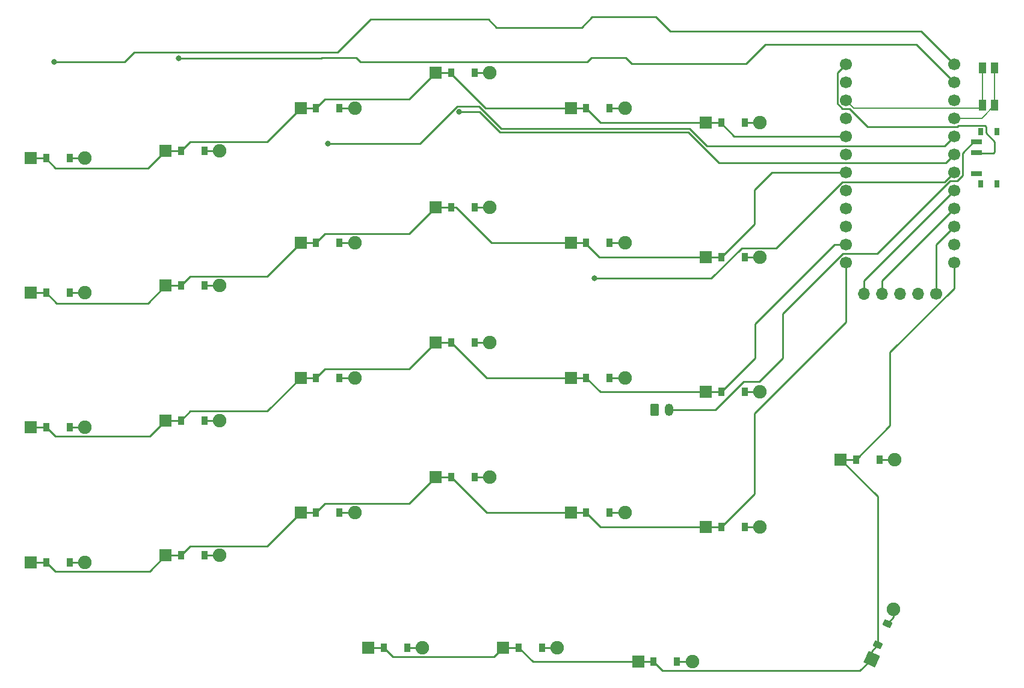
<source format=gbr>
%TF.GenerationSoftware,KiCad,Pcbnew,8.0.5*%
%TF.CreationDate,2024-11-30T23:52:13+01:00*%
%TF.ProjectId,left_finished,6c656674-5f66-4696-9e69-736865642e6b,v1.0.0*%
%TF.SameCoordinates,Original*%
%TF.FileFunction,Copper,L1,Top*%
%TF.FilePolarity,Positive*%
%FSLAX46Y46*%
G04 Gerber Fmt 4.6, Leading zero omitted, Abs format (unit mm)*
G04 Created by KiCad (PCBNEW 8.0.5) date 2024-11-30 23:52:13*
%MOMM*%
%LPD*%
G01*
G04 APERTURE LIST*
G04 Aperture macros list*
%AMRoundRect*
0 Rectangle with rounded corners*
0 $1 Rounding radius*
0 $2 $3 $4 $5 $6 $7 $8 $9 X,Y pos of 4 corners*
0 Add a 4 corners polygon primitive as box body*
4,1,4,$2,$3,$4,$5,$6,$7,$8,$9,$2,$3,0*
0 Add four circle primitives for the rounded corners*
1,1,$1+$1,$2,$3*
1,1,$1+$1,$4,$5*
1,1,$1+$1,$6,$7*
1,1,$1+$1,$8,$9*
0 Add four rect primitives between the rounded corners*
20,1,$1+$1,$2,$3,$4,$5,0*
20,1,$1+$1,$4,$5,$6,$7,0*
20,1,$1+$1,$6,$7,$8,$9,0*
20,1,$1+$1,$8,$9,$2,$3,0*%
%AMRotRect*
0 Rectangle, with rotation*
0 The origin of the aperture is its center*
0 $1 length*
0 $2 width*
0 $3 Rotation angle, in degrees counterclockwise*
0 Add horizontal line*
21,1,$1,$2,0,0,$3*%
G04 Aperture macros list end*
%TA.AperFunction,ComponentPad*%
%ADD10R,1.778000X1.778000*%
%TD*%
%TA.AperFunction,SMDPad,CuDef*%
%ADD11R,0.900000X1.200000*%
%TD*%
%TA.AperFunction,ComponentPad*%
%ADD12C,1.905000*%
%TD*%
%TA.AperFunction,ComponentPad*%
%ADD13C,1.700000*%
%TD*%
%TA.AperFunction,ComponentPad*%
%ADD14RotRect,1.778000X1.778000X66.000000*%
%TD*%
%TA.AperFunction,SMDPad,CuDef*%
%ADD15RotRect,0.900000X1.200000X66.000000*%
%TD*%
%TA.AperFunction,ComponentPad*%
%ADD16O,1.700000X1.700000*%
%TD*%
%TA.AperFunction,SMDPad,CuDef*%
%ADD17R,0.800000X1.000000*%
%TD*%
%TA.AperFunction,SMDPad,CuDef*%
%ADD18R,1.500000X0.700000*%
%TD*%
%TA.AperFunction,SMDPad,CuDef*%
%ADD19R,1.000000X1.550000*%
%TD*%
%TA.AperFunction,ComponentPad*%
%ADD20RoundRect,0.240000X0.360000X0.635000X-0.360000X0.635000X-0.360000X-0.635000X0.360000X-0.635000X0*%
%TD*%
%TA.AperFunction,ComponentPad*%
%ADD21O,1.200000X1.750000*%
%TD*%
%TA.AperFunction,ViaPad*%
%ADD22C,0.800000*%
%TD*%
%TA.AperFunction,Conductor*%
%ADD23C,0.250000*%
%TD*%
%TA.AperFunction,Conductor*%
%ADD24C,0.200000*%
%TD*%
G04 APERTURE END LIST*
D10*
%TO.P,D6,1*%
%TO.N,P16*%
X163190000Y-155000000D03*
D11*
X165350000Y-155000000D03*
%TO.P,D6,2*%
%TO.N,pinky_home*%
X168650000Y-155000000D03*
D12*
X170810000Y-155000000D03*
%TD*%
D10*
%TO.P,D13,1*%
%TO.N,P10*%
X201190000Y-163000000D03*
D11*
X203350000Y-163000000D03*
%TO.P,D13,2*%
%TO.N,middle_bottom*%
X206650000Y-163000000D03*
D12*
X208810000Y-163000000D03*
%TD*%
D10*
%TO.P,D16,1*%
%TO.N,P21*%
X201190000Y-106000000D03*
D11*
X203350000Y-106000000D03*
%TO.P,D16,2*%
%TO.N,middle_number*%
X206650000Y-106000000D03*
D12*
X208810000Y-106000000D03*
%TD*%
D10*
%TO.P,D23,1*%
%TO.N,P19*%
X239190000Y-132000000D03*
D11*
X241350000Y-132000000D03*
%TO.P,D23,2*%
%TO.N,inner_top*%
X244650000Y-132000000D03*
D12*
X246810000Y-132000000D03*
%TD*%
D10*
%TO.P,D2,1*%
%TO.N,P16*%
X144190000Y-156000000D03*
D11*
X146350000Y-156000000D03*
%TO.P,D2,2*%
%TO.N,outer_home*%
X149650000Y-156000000D03*
D12*
X151810000Y-156000000D03*
%TD*%
D10*
%TO.P,D29,1*%
%TO.N,P9*%
X258190000Y-160500000D03*
D11*
X260350000Y-160500000D03*
%TO.P,D29,2*%
%TO.N,main_main*%
X263650000Y-160500000D03*
D12*
X265810000Y-160500000D03*
%TD*%
D10*
%TO.P,D14,1*%
%TO.N,P16*%
X201190000Y-144000000D03*
D11*
X203350000Y-144000000D03*
%TO.P,D14,2*%
%TO.N,middle_home*%
X206650000Y-144000000D03*
D12*
X208810000Y-144000000D03*
%TD*%
D13*
%TO.P,MCU1,1*%
%TO.N,P1*%
X274120000Y-104800000D03*
%TO.P,MCU1,2*%
%TO.N,P0*%
X274120000Y-107340000D03*
%TO.P,MCU1,3*%
%TO.N,GND*%
X274120000Y-109880000D03*
%TO.P,MCU1,4*%
X274120000Y-112420000D03*
%TO.P,MCU1,5*%
%TO.N,P2*%
X274120000Y-114960000D03*
%TO.P,MCU1,6*%
%TO.N,P3*%
X274120000Y-117500000D03*
%TO.P,MCU1,7*%
%TO.N,P4*%
X274120000Y-120040000D03*
%TO.P,MCU1,8*%
%TO.N,P5*%
X274120000Y-122580000D03*
%TO.P,MCU1,9*%
%TO.N,P6*%
X274120000Y-125120000D03*
%TO.P,MCU1,10*%
%TO.N,P7*%
X274120000Y-127660000D03*
%TO.P,MCU1,11*%
%TO.N,P8*%
X274120000Y-130200000D03*
%TO.P,MCU1,12*%
%TO.N,P9*%
X274120000Y-132740000D03*
%TO.P,MCU1,13*%
%TO.N,P10*%
X258880000Y-132740000D03*
%TO.P,MCU1,14*%
%TO.N,P16*%
X258880000Y-130200000D03*
%TO.P,MCU1,15*%
%TO.N,P14*%
X258880000Y-127660000D03*
%TO.P,MCU1,16*%
%TO.N,P15*%
X258880000Y-125120000D03*
%TO.P,MCU1,17*%
%TO.N,P18*%
X258880000Y-122580000D03*
%TO.P,MCU1,18*%
%TO.N,P19*%
X258880000Y-120040000D03*
%TO.P,MCU1,19*%
%TO.N,P20*%
X258880000Y-117500000D03*
%TO.P,MCU1,20*%
%TO.N,P21*%
X258880000Y-114960000D03*
%TO.P,MCU1,21*%
%TO.N,VCC*%
X258880000Y-112420000D03*
%TO.P,MCU1,22*%
%TO.N,RST*%
X258880000Y-109880000D03*
%TO.P,MCU1,23*%
%TO.N,GND*%
X258880000Y-107340000D03*
%TO.P,MCU1,24*%
%TO.N,RAW*%
X258880000Y-104800000D03*
%TD*%
D10*
%TO.P,D8,1*%
%TO.N,P21*%
X163190000Y-117000000D03*
D11*
X165350000Y-117000000D03*
%TO.P,D8,2*%
%TO.N,pinky_number*%
X168650000Y-117000000D03*
D12*
X170810000Y-117000000D03*
%TD*%
D10*
%TO.P,D11,1*%
%TO.N,P19*%
X182190000Y-130000000D03*
D11*
X184350000Y-130000000D03*
%TO.P,D11,2*%
%TO.N,ring_top*%
X187650000Y-130000000D03*
D12*
X189810000Y-130000000D03*
%TD*%
D10*
%TO.P,D3,1*%
%TO.N,P19*%
X144190000Y-137000000D03*
D11*
X146350000Y-137000000D03*
%TO.P,D3,2*%
%TO.N,outer_top*%
X149650000Y-137000000D03*
D12*
X151810000Y-137000000D03*
%TD*%
D10*
%TO.P,D10,1*%
%TO.N,P16*%
X182190000Y-149000000D03*
D11*
X184350000Y-149000000D03*
%TO.P,D10,2*%
%TO.N,ring_home*%
X187650000Y-149000000D03*
D12*
X189810000Y-149000000D03*
%TD*%
D10*
%TO.P,D18,1*%
%TO.N,P16*%
X220190000Y-149000000D03*
D11*
X222350000Y-149000000D03*
%TO.P,D18,2*%
%TO.N,index_home*%
X225650000Y-149000000D03*
D12*
X227810000Y-149000000D03*
%TD*%
D14*
%TO.P,D28,1*%
%TO.N,P9*%
X262518060Y-188614291D03*
D15*
X263396612Y-186641033D03*
%TO.P,D28,2*%
%TO.N,double_bottom*%
X264738842Y-183626333D03*
D12*
X265617394Y-181653075D03*
%TD*%
D10*
%TO.P,D17,1*%
%TO.N,P10*%
X220190000Y-168000000D03*
D11*
X222350000Y-168000000D03*
%TO.P,D17,2*%
%TO.N,index_bottom*%
X225650000Y-168000000D03*
D12*
X227810000Y-168000000D03*
%TD*%
D10*
%TO.P,D27,1*%
%TO.N,P9*%
X229690000Y-189000000D03*
D11*
X231850000Y-189000000D03*
%TO.P,D27,2*%
%TO.N,far_bottom*%
X235150000Y-189000000D03*
D12*
X237310000Y-189000000D03*
%TD*%
D10*
%TO.P,D25,1*%
%TO.N,P9*%
X191690000Y-187000000D03*
D11*
X193850000Y-187000000D03*
%TO.P,D25,2*%
%TO.N,near_bottom*%
X197150000Y-187000000D03*
D12*
X199310000Y-187000000D03*
%TD*%
D10*
%TO.P,D26,1*%
%TO.N,P9*%
X210690000Y-187000000D03*
D11*
X212850000Y-187000000D03*
%TO.P,D26,2*%
%TO.N,home_bottom*%
X216150000Y-187000000D03*
D12*
X218310000Y-187000000D03*
%TD*%
D10*
%TO.P,D9,1*%
%TO.N,P10*%
X182190000Y-168000000D03*
D11*
X184350000Y-168000000D03*
%TO.P,D9,2*%
%TO.N,ring_bottom*%
X187650000Y-168000000D03*
D12*
X189810000Y-168000000D03*
%TD*%
D10*
%TO.P,D7,1*%
%TO.N,P19*%
X163190000Y-136000000D03*
D11*
X165350000Y-136000000D03*
%TO.P,D7,2*%
%TO.N,pinky_top*%
X168650000Y-136000000D03*
D12*
X170810000Y-136000000D03*
%TD*%
D10*
%TO.P,D1,1*%
%TO.N,P10*%
X144190000Y-175000000D03*
D11*
X146350000Y-175000000D03*
%TO.P,D1,2*%
%TO.N,outer_bottom*%
X149650000Y-175000000D03*
D12*
X151810000Y-175000000D03*
%TD*%
D10*
%TO.P,D19,1*%
%TO.N,P19*%
X220190000Y-130000000D03*
D11*
X222350000Y-130000000D03*
%TO.P,D19,2*%
%TO.N,index_top*%
X225650000Y-130000000D03*
D12*
X227810000Y-130000000D03*
%TD*%
D10*
%TO.P,D21,1*%
%TO.N,P10*%
X239190000Y-170000000D03*
D11*
X241350000Y-170000000D03*
%TO.P,D21,2*%
%TO.N,inner_bottom*%
X244650000Y-170000000D03*
D12*
X246810000Y-170000000D03*
%TD*%
D10*
%TO.P,D24,1*%
%TO.N,P21*%
X239190000Y-113000000D03*
D11*
X241350000Y-113000000D03*
%TO.P,D24,2*%
%TO.N,inner_number*%
X244650000Y-113000000D03*
D12*
X246810000Y-113000000D03*
%TD*%
D10*
%TO.P,D15,1*%
%TO.N,P19*%
X201190000Y-125000000D03*
D11*
X203350000Y-125000000D03*
%TO.P,D15,2*%
%TO.N,middle_top*%
X206650000Y-125000000D03*
D12*
X208810000Y-125000000D03*
%TD*%
D10*
%TO.P,D4,1*%
%TO.N,P21*%
X144190000Y-118000000D03*
D11*
X146350000Y-118000000D03*
%TO.P,D4,2*%
%TO.N,outer_number*%
X149650000Y-118000000D03*
D12*
X151810000Y-118000000D03*
%TD*%
D16*
%TO.P,DISP1,1*%
%TO.N,P5*%
X261420000Y-137200000D03*
%TO.P,DISP1,2*%
%TO.N,P6*%
X263960000Y-137200000D03*
%TO.P,DISP1,3*%
%TO.N,VCC*%
X266500000Y-137200000D03*
%TO.P,DISP1,4*%
%TO.N,GND*%
X269040000Y-137200000D03*
D13*
%TO.P,DISP1,5*%
%TO.N,P7*%
X271580000Y-137200000D03*
%TD*%
D10*
%TO.P,D12,1*%
%TO.N,P21*%
X182190000Y-111000000D03*
D11*
X184350000Y-111000000D03*
%TO.P,D12,2*%
%TO.N,ring_number*%
X187650000Y-111000000D03*
D12*
X189810000Y-111000000D03*
%TD*%
D10*
%TO.P,D20,1*%
%TO.N,P21*%
X220190000Y-111000000D03*
D11*
X222350000Y-111000000D03*
%TO.P,D20,2*%
%TO.N,index_number*%
X225650000Y-111000000D03*
D12*
X227810000Y-111000000D03*
%TD*%
D10*
%TO.P,D22,1*%
%TO.N,P16*%
X239190000Y-151000000D03*
D11*
X241350000Y-151000000D03*
%TO.P,D22,2*%
%TO.N,inner_home*%
X244650000Y-151000000D03*
D12*
X246810000Y-151000000D03*
%TD*%
D10*
%TO.P,D5,1*%
%TO.N,P10*%
X163190000Y-174000000D03*
D11*
X165350000Y-174000000D03*
%TO.P,D5,2*%
%TO.N,pinky_bottom*%
X168650000Y-174000000D03*
D12*
X170810000Y-174000000D03*
%TD*%
D17*
%TO.P,PWR1,*%
%TO.N,*%
X277915000Y-114350000D03*
X277915000Y-121650000D03*
X280125000Y-114350000D03*
X280125000Y-121650000D03*
D18*
%TO.P,PWR1,1*%
%TO.N,N/C*%
X277265000Y-120250000D03*
%TO.P,PWR1,2*%
%TO.N,RAW*%
X277265000Y-117250000D03*
%TO.P,PWR1,3*%
%TO.N,pos*%
X277265000Y-115750000D03*
%TD*%
D19*
%TO.P,RST1,1*%
%TO.N,GND*%
X279850000Y-110625000D03*
%TO.P,RST1,2*%
%TO.N,RST*%
X278150000Y-110625000D03*
%TO.P,RST1,3*%
%TO.N,GND*%
X279850000Y-105375000D03*
%TO.P,RST1,4*%
%TO.N,RST*%
X278150000Y-105375000D03*
%TD*%
D20*
%TO.P,JST1,1*%
%TO.N,GND*%
X232000000Y-153500000D03*
D21*
%TO.P,JST1,2*%
%TO.N,pos*%
X234000000Y-153500000D03*
%TD*%
D22*
%TO.N,P1*%
X147500000Y-104500000D03*
%TO.N,P0*%
X165000000Y-104000000D03*
%TO.N,P2*%
X186000000Y-116000000D03*
%TO.N,P3*%
X204500000Y-111500000D03*
%TO.N,P4*%
X223500000Y-135000000D03*
%TD*%
D23*
%TO.N,P1*%
X232175000Y-98175000D02*
X234175000Y-100175000D01*
X187365446Y-103134554D02*
X192000000Y-98500000D01*
X157383883Y-104500000D02*
X158749329Y-103134554D01*
X223223350Y-98175000D02*
X232175000Y-98175000D01*
X234175000Y-100175000D02*
X269495000Y-100175000D01*
X209723350Y-99625000D02*
X221773350Y-99625000D01*
X158749329Y-103134554D02*
X187365446Y-103134554D01*
X192000000Y-98500000D02*
X208598350Y-98500000D01*
X269495000Y-100175000D02*
X274120000Y-104800000D01*
X147500000Y-104500000D02*
X157383883Y-104500000D01*
X208598350Y-98500000D02*
X209723350Y-99625000D01*
X221773350Y-99625000D02*
X223223350Y-98175000D01*
%TO.N,outer_bottom*%
X151810000Y-175000000D02*
X149650000Y-175000000D01*
%TO.N,outer_home*%
X151810000Y-156000000D02*
X149650000Y-156000000D01*
%TO.N,outer_top*%
X151810000Y-137000000D02*
X149650000Y-137000000D01*
%TO.N,outer_number*%
X151810000Y-118000000D02*
X149650000Y-118000000D01*
%TO.N,P0*%
X223134501Y-103910500D02*
X227910500Y-103910500D01*
X222545001Y-104500000D02*
X223134501Y-103910500D01*
X165000000Y-104000000D02*
X185045001Y-104000000D01*
X190598350Y-104500000D02*
X222545001Y-104500000D01*
X190008850Y-103910500D02*
X190598350Y-104500000D01*
X244824250Y-104774100D02*
X247598350Y-102000000D01*
X247598350Y-102000000D02*
X268780000Y-102000000D01*
X268780000Y-102000000D02*
X274120000Y-107340000D01*
X185134501Y-103910500D02*
X190008850Y-103910500D01*
X228774100Y-104774100D02*
X244824250Y-104774100D01*
X227910500Y-103910500D02*
X228774100Y-104774100D01*
X185045001Y-104000000D02*
X185134501Y-103910500D01*
%TO.N,pinky_bottom*%
X170810000Y-174000000D02*
X168650000Y-174000000D01*
%TO.N,pinky_home*%
X170810000Y-155000000D02*
X168650000Y-155000000D01*
%TO.N,pinky_top*%
X170810000Y-136000000D02*
X168650000Y-136000000D01*
%TO.N,pinky_number*%
X170810000Y-117000000D02*
X168650000Y-117000000D01*
%TO.N,P2*%
X186000000Y-116000000D02*
X198974695Y-116000000D01*
X198974695Y-116000000D02*
X204199695Y-110775000D01*
X204199695Y-110775000D02*
X207275000Y-110775000D01*
X236925000Y-113925000D02*
X239325000Y-116325000D01*
X272755000Y-116325000D02*
X274120000Y-114960000D01*
X207275000Y-110775000D02*
X210425000Y-113925000D01*
X210425000Y-113925000D02*
X236925000Y-113925000D01*
X239325000Y-116325000D02*
X272755000Y-116325000D01*
%TO.N,ring_bottom*%
X189810000Y-168000000D02*
X187650000Y-168000000D01*
%TO.N,ring_home*%
X189810000Y-149000000D02*
X187650000Y-149000000D01*
%TO.N,ring_top*%
X189810000Y-130000000D02*
X187650000Y-130000000D01*
%TO.N,ring_number*%
X189810000Y-111000000D02*
X187650000Y-111000000D01*
%TO.N,P3*%
X204500000Y-111500000D02*
X207363604Y-111500000D01*
X207363604Y-111500000D02*
X210238604Y-114375000D01*
X210238604Y-114375000D02*
X236738604Y-114375000D01*
X236738604Y-114375000D02*
X241038604Y-118675000D01*
X241038604Y-118675000D02*
X272945000Y-118675000D01*
X272945000Y-118675000D02*
X274120000Y-117500000D01*
%TO.N,middle_bottom*%
X208810000Y-163000000D02*
X206650000Y-163000000D01*
%TO.N,middle_home*%
X208810000Y-144000000D02*
X206650000Y-144000000D01*
%TO.N,middle_top*%
X208810000Y-125000000D02*
X206650000Y-125000000D01*
%TO.N,middle_number*%
X208810000Y-106000000D02*
X206650000Y-106000000D01*
%TO.N,P4*%
X223500000Y-135000000D02*
X239950000Y-135000000D01*
X272755000Y-121405000D02*
X274120000Y-120040000D01*
X258393299Y-121405000D02*
X272755000Y-121405000D01*
X249075799Y-130722500D02*
X258393299Y-121405000D01*
X244227500Y-130722500D02*
X249075799Y-130722500D01*
X239950000Y-135000000D02*
X244227500Y-130722500D01*
%TO.N,index_bottom*%
X227810000Y-168000000D02*
X225650000Y-168000000D01*
%TO.N,index_home*%
X227810000Y-149000000D02*
X225650000Y-149000000D01*
%TO.N,index_top*%
X227810000Y-130000000D02*
X225650000Y-130000000D01*
%TO.N,index_number*%
X227810000Y-111000000D02*
X225650000Y-111000000D01*
%TO.N,inner_bottom*%
X246810000Y-170000000D02*
X244650000Y-170000000D01*
%TO.N,inner_home*%
X246810000Y-151000000D02*
X244650000Y-151000000D01*
%TO.N,inner_top*%
X246810000Y-132000000D02*
X244650000Y-132000000D01*
%TO.N,inner_number*%
X246810000Y-113000000D02*
X244650000Y-113000000D01*
%TO.N,near_bottom*%
X199310000Y-187000000D02*
X197150000Y-187000000D01*
%TO.N,home_bottom*%
X218310000Y-187000000D02*
X216150000Y-187000000D01*
%TO.N,far_bottom*%
X237310000Y-189000000D02*
X235150000Y-189000000D01*
%TO.N,double_bottom*%
X265617394Y-181653075D02*
X265617394Y-182747781D01*
X265617394Y-182747781D02*
X264738842Y-183626333D01*
%TO.N,main_main*%
X265810000Y-160500000D02*
X263650000Y-160500000D01*
%TO.N,RAW*%
X274701701Y-113500000D02*
X274606701Y-113595000D01*
X277340000Y-117325000D02*
X279675000Y-117325000D01*
X277265000Y-117250000D02*
X277340000Y-117325000D01*
X278500000Y-113500000D02*
X274701701Y-113500000D01*
X279675000Y-117325000D02*
X279850000Y-117150000D01*
X259453960Y-111055000D02*
X258393299Y-111055000D01*
X257705000Y-110366701D02*
X257705000Y-105975000D01*
X279850000Y-115710000D02*
X278640000Y-114500000D01*
X274606701Y-113595000D02*
X261993960Y-113595000D01*
X278640000Y-114500000D02*
X278640000Y-113640000D01*
X278640000Y-113640000D02*
X278500000Y-113500000D01*
X258393299Y-111055000D02*
X257705000Y-110366701D01*
X257705000Y-105975000D02*
X258880000Y-104800000D01*
X261993960Y-113595000D02*
X259453960Y-111055000D01*
X279850000Y-117150000D02*
X279850000Y-115710000D01*
D24*
%TO.N,GND*%
X278055000Y-112420000D02*
X274120000Y-112420000D01*
X279850000Y-105375000D02*
X279850000Y-110625000D01*
X279850000Y-110625000D02*
X278055000Y-112420000D01*
%TO.N,RST*%
X277745000Y-111030000D02*
X260030000Y-111030000D01*
X278150000Y-110625000D02*
X277745000Y-111030000D01*
X260030000Y-111030000D02*
X258880000Y-109880000D01*
X278150000Y-105375000D02*
X278150000Y-110625000D01*
D23*
%TO.N,P21*%
X224350000Y-113000000D02*
X239190000Y-113000000D01*
X166627500Y-115722500D02*
X177467500Y-115722500D01*
X243160000Y-114960000D02*
X258880000Y-114960000D01*
X241350000Y-113000000D02*
X241350000Y-113150000D01*
X185627500Y-109722500D02*
X197467500Y-109722500D01*
X146350000Y-118000000D02*
X146350000Y-118150000D01*
X203350000Y-106150000D02*
X208200000Y-111000000D01*
X182190000Y-111000000D02*
X184350000Y-111000000D01*
X184350000Y-111000000D02*
X185627500Y-109722500D01*
X201190000Y-106000000D02*
X203350000Y-106000000D01*
X197467500Y-109722500D02*
X201190000Y-106000000D01*
X241350000Y-113150000D02*
X243160000Y-114960000D01*
X203350000Y-106000000D02*
X203350000Y-106150000D01*
X146350000Y-118150000D02*
X147700000Y-119500000D01*
X239190000Y-113000000D02*
X241350000Y-113000000D01*
X147700000Y-119500000D02*
X160690000Y-119500000D01*
X165350000Y-117000000D02*
X166627500Y-115722500D01*
X144190000Y-118000000D02*
X146350000Y-118000000D01*
X163190000Y-117000000D02*
X165350000Y-117000000D01*
X160690000Y-119500000D02*
X163190000Y-117000000D01*
X220190000Y-111000000D02*
X222350000Y-111000000D01*
X222350000Y-111000000D02*
X224350000Y-113000000D01*
X208200000Y-111000000D02*
X220190000Y-111000000D01*
X177467500Y-115722500D02*
X182190000Y-111000000D01*
%TO.N,P19*%
X222350000Y-130000000D02*
X222350000Y-130150000D01*
X224200000Y-132000000D02*
X239190000Y-132000000D01*
X163190000Y-136000000D02*
X165350000Y-136000000D01*
X166627500Y-134722500D02*
X177467500Y-134722500D01*
X201190000Y-125000000D02*
X203350000Y-125000000D01*
X239190000Y-132000000D02*
X241350000Y-132000000D01*
X203350000Y-125000000D02*
X204050000Y-125000000D01*
X147850000Y-138500000D02*
X160690000Y-138500000D01*
X177467500Y-134722500D02*
X182190000Y-130000000D01*
X160690000Y-138500000D02*
X163190000Y-136000000D01*
X246000000Y-122500000D02*
X248460000Y-120040000D01*
X248460000Y-120040000D02*
X258880000Y-120040000D01*
X165350000Y-136000000D02*
X166627500Y-134722500D01*
X197467500Y-128722500D02*
X201190000Y-125000000D01*
X184350000Y-130000000D02*
X185627500Y-128722500D01*
X204050000Y-125000000D02*
X209050000Y-130000000D01*
X182190000Y-130000000D02*
X184350000Y-130000000D01*
X144190000Y-137000000D02*
X146350000Y-137000000D01*
X209050000Y-130000000D02*
X220190000Y-130000000D01*
X241350000Y-132000000D02*
X246000000Y-127350000D01*
X146350000Y-137000000D02*
X147850000Y-138500000D01*
X246000000Y-127350000D02*
X246000000Y-122500000D01*
X222350000Y-130150000D02*
X224200000Y-132000000D01*
X220190000Y-130000000D02*
X222350000Y-130000000D01*
X185627500Y-128722500D02*
X197467500Y-128722500D01*
%TO.N,P16*%
X257300000Y-130200000D02*
X258880000Y-130200000D01*
X220190000Y-149000000D02*
X222350000Y-149000000D01*
X146350000Y-156000000D02*
X147627500Y-157277500D01*
X165350000Y-155000000D02*
X166627500Y-153722500D01*
X144190000Y-156000000D02*
X146350000Y-156000000D01*
X185627500Y-147722500D02*
X197467500Y-147722500D01*
X246125000Y-141375000D02*
X257300000Y-130200000D01*
X246125000Y-146225000D02*
X246125000Y-141375000D01*
X160912500Y-157277500D02*
X163190000Y-155000000D01*
X239190000Y-151000000D02*
X241350000Y-151000000D01*
X241350000Y-151000000D02*
X246125000Y-146225000D01*
X184350000Y-149000000D02*
X185627500Y-147722500D01*
X224350000Y-151000000D02*
X239190000Y-151000000D01*
X163190000Y-155000000D02*
X165350000Y-155000000D01*
X177467500Y-153722500D02*
X182190000Y-149000000D01*
X182190000Y-149000000D02*
X184350000Y-149000000D01*
X203350000Y-144000000D02*
X208350000Y-149000000D01*
X201190000Y-144000000D02*
X203350000Y-144000000D01*
X208350000Y-149000000D02*
X220190000Y-149000000D01*
X222350000Y-149000000D02*
X224350000Y-151000000D01*
X197467500Y-147722500D02*
X201190000Y-144000000D01*
X166627500Y-153722500D02*
X177467500Y-153722500D01*
X147627500Y-157277500D02*
X160912500Y-157277500D01*
%TO.N,P10*%
X197467500Y-166722500D02*
X201190000Y-163000000D01*
X166627500Y-172722500D02*
X177467500Y-172722500D01*
X258880000Y-141170000D02*
X258880000Y-132740000D01*
X203350000Y-163000000D02*
X208350000Y-168000000D01*
X220190000Y-168000000D02*
X222350000Y-168000000D01*
X208350000Y-168000000D02*
X220190000Y-168000000D01*
X222350000Y-168000000D02*
X224350000Y-170000000D01*
X177467500Y-172722500D02*
X182190000Y-168000000D01*
X239190000Y-170000000D02*
X241350000Y-170000000D01*
X246000000Y-165350000D02*
X246000000Y-154050000D01*
X146350000Y-175000000D02*
X147627500Y-176277500D01*
X224350000Y-170000000D02*
X239190000Y-170000000D01*
X241350000Y-170000000D02*
X246000000Y-165350000D01*
X163190000Y-174000000D02*
X165350000Y-174000000D01*
X246000000Y-154050000D02*
X258880000Y-141170000D01*
X184350000Y-168000000D02*
X185627500Y-166722500D01*
X201190000Y-163000000D02*
X203350000Y-163000000D01*
X182190000Y-168000000D02*
X184350000Y-168000000D01*
X160912500Y-176277500D02*
X163190000Y-174000000D01*
X147627500Y-176277500D02*
X160912500Y-176277500D01*
X165350000Y-174000000D02*
X166627500Y-172722500D01*
X144190000Y-175000000D02*
X146350000Y-175000000D01*
X185627500Y-166722500D02*
X197467500Y-166722500D01*
%TO.N,P5*%
X261420000Y-137200000D02*
X261420000Y-135280000D01*
X261420000Y-135280000D02*
X274120000Y-122580000D01*
%TO.N,P6*%
X263960000Y-135280000D02*
X274120000Y-125120000D01*
X263960000Y-137200000D02*
X263960000Y-135280000D01*
%TO.N,P7*%
X271580000Y-130200000D02*
X274120000Y-127660000D01*
X271580000Y-137200000D02*
X271580000Y-130200000D01*
%TO.N,P9*%
X262518060Y-188614291D02*
X262518060Y-187519585D01*
X260854851Y-190277500D02*
X262518060Y-188614291D01*
X209412500Y-188277500D02*
X210690000Y-187000000D01*
X191690000Y-187000000D02*
X193850000Y-187000000D01*
X229690000Y-189000000D02*
X231850000Y-189000000D01*
X231850000Y-189000000D02*
X233127500Y-190277500D01*
X260350000Y-160500000D02*
X258190000Y-160500000D01*
X263396612Y-165706612D02*
X258190000Y-160500000D01*
X212850000Y-187000000D02*
X214850000Y-189000000D01*
X263396612Y-186641033D02*
X263396612Y-165706612D01*
X262518060Y-187519585D02*
X263396612Y-186641033D01*
X265125000Y-155725000D02*
X265125000Y-145375000D01*
X210690000Y-187000000D02*
X212850000Y-187000000D01*
X260350000Y-160500000D02*
X265125000Y-155725000D01*
X195127500Y-188277500D02*
X209412500Y-188277500D01*
X274120000Y-136380000D02*
X274120000Y-132740000D01*
X214850000Y-189000000D02*
X229690000Y-189000000D01*
X233127500Y-190277500D02*
X260854851Y-190277500D01*
X265125000Y-145375000D02*
X274120000Y-136380000D01*
X193850000Y-187000000D02*
X195127500Y-188277500D01*
%TO.N,pos*%
X250000000Y-139958299D02*
X250000000Y-146233684D01*
X240550000Y-153500000D02*
X234000000Y-153500000D01*
X276865000Y-115750000D02*
X275295000Y-117320000D01*
X244550000Y-149500000D02*
X240550000Y-153500000D01*
X273581396Y-121215000D02*
X263296396Y-131500000D01*
X277265000Y-115750000D02*
X276865000Y-115750000D01*
X258458299Y-131500000D02*
X250000000Y-139958299D01*
X250000000Y-146233684D02*
X246733684Y-149500000D01*
X275295000Y-120526701D02*
X274606701Y-121215000D01*
X274606701Y-121215000D02*
X273581396Y-121215000D01*
X275295000Y-117320000D02*
X275295000Y-120526701D01*
X263296396Y-131500000D02*
X258458299Y-131500000D01*
X246733684Y-149500000D02*
X244550000Y-149500000D01*
%TD*%
M02*

</source>
